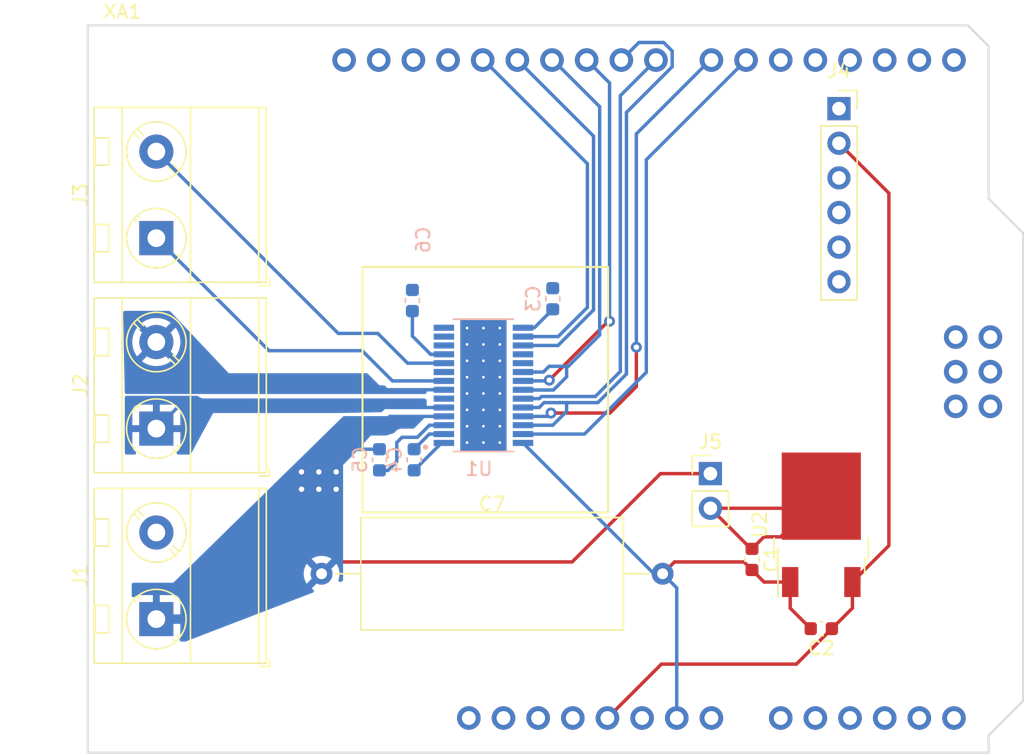
<source format=kicad_pcb>
(kicad_pcb (version 20211014) (generator pcbnew)
  (layers (0 "F.Cu" signal) (31 "B.Cu" signal) (34 "B.Paste" user "B.Plakken") (35 "F.Paste" user "F.Plakken") (36 "B.SilkS" user "B.Silkscreen") (37 "F.SilkS" user "F.Silkscreen") (38 "B.Mask" user) (39 "F.Mask" user "F. masker") (44 "Edge.Cuts" user))
  (net 0 "")
  (net 1 "Net-(C4-Pad1)")
  (net 2 "GND")
  (net 3 "VPP")
  (net 6 "Net-(U1-Pad16)")
  (net 7 "Net-(U1-Pad17)")
  (net 9 "Net-(U1-Pad20)")
  (net 10 "Net-(U1-Pad21)")
  (net 11 "Net-(U1-Pad23)")
  (net 12 "Net-(U1-Pad24)")
  (net 13 "Net-(U1-Pad25)")
  (net 14 "Net-(U1-Pad27)")
  (net 15 "+5V")
  (net 26 "Net-(C3-Pad2)")
  (net 40 "Net-(C4-Pad2)")
  (net 41 "Net-(C5-Pad2)")
  (net 45 "Net-(XA1-PadD0)")
  (net 46 "Net-(XA1-PadD1)")
  (net 48 "/OUT1")
  (net 49 "/OUT2")
  (net 50 "/OUT3")
  (net 51 "/OUT4")
  (net 52 "Net-(C1-Pad1)")
  (footprint "Capacitor_THT:C_Axial_L19.0mm_D8.0mm_P25.00mm_Horizontal" (layer "F.Cu") (at 114.5 120.5)
    (fp_text reference "C7" (at 12.5 -5.12) (layer "F.SilkS"))
    (fp_text value "1000uF")
    (fp_line (start 2.88 4.12) (end 22.12 4.12) (layer "F.SilkS") (width 0.12))
    (fp_line (start 22.12 -4.12) (end 2.88 -4.12) (layer "F.SilkS") (width 0.12))
    (fp_line (start 1.04 0) (end 2.88 0) (layer "F.SilkS") (width 0.12))
    (fp_line (start 22.12 4.12) (end 22.12 -4.12) (layer "F.SilkS") (width 0.12))
    (fp_line (start 2.88 -4.12) (end 2.88 4.12) (layer "F.SilkS") (width 0.12))
    (fp_line (start 23.96 0) (end 22.12 0) (layer "F.SilkS") (width 0.12))
    (pad "1" thru_hole circle locked (at 0 0) (size 1.6 1.6) (drill 0.8) (layers *.Cu *.Mask) (net 3 "VPP"))
    (pad "2" thru_hole oval locked (at 25 0) (size 1.6 1.6) (drill 0.8) (layers *.Cu *.Mask) (net 2 "GND"))
  )
  (footprint "Connector_PinHeader_2.54mm:PinHeader_1x02_P2.54mm_Vertical" (layer "F.Cu") (at 143.002 113.157)
    (fp_text reference "J5" (at 0 -2.33) (layer "F.SilkS"))
    (fp_text value "PWR IN jumper")
    (fp_line (start -1.33 1.27) (end 1.33 1.27) (layer "F.SilkS") (width 0.12))
    (fp_line (start 1.33 1.27) (end 1.33 3.87) (layer "F.SilkS") (width 0.12))
    (fp_line (start -1.33 -1.33) (end 0 -1.33) (layer "F.SilkS") (width 0.12))
    (fp_line (start -1.33 1.27) (end -1.33 3.87) (layer "F.SilkS") (width 0.12))
    (fp_line (start -1.33 0) (end -1.33 -1.33) (layer "F.SilkS") (width 0.12))
    (fp_line (start -1.33 3.87) (end 1.33 3.87) (layer "F.SilkS") (width 0.12))
    (pad "1" thru_hole rect locked (at 0 0) (size 1.7 1.7) (drill 1) (layers *.Cu *.Mask) (net 3 "VPP"))
    (pad "2" thru_hole oval locked (at 0 2.54) (size 1.7 1.7) (drill 1) (layers *.Cu *.Mask) (net 52 "Net-(C1-Pad1)"))
  )
  (footprint "TerminalBlock_MetzConnect:TerminalBlock_MetzConnect_Type701_RT11L02HGLU_1x02_P6.35mm_Horizontal" (layer "F.Cu") (at 102.39 123.825 90)
    (fp_text reference "J1" (at 3.175 -5.56 90) (layer "F.SilkS"))
    (fp_text value "PWR IN")
    (fp_line (start -1 -4.5) (end -1 -3.5) (layer "F.SilkS") (width 0.12))
    (fp_line (start -1.502 1.235) (end -1.654 1.388) (layer "F.SilkS") (width 0.12))
    (fp_line (start -3.235 7.5) (end 9.585 7.5) (layer "F.SilkS") (width 0.12))
    (fp_line (start 8.004 -1.388) (end 7.563 -0.947) (layer "F.SilkS") (width 0.12))
    (fp_line (start 5.35 -4.5) (end 7.35 -4.5) (layer "F.SilkS") (width 0.12))
    (fp_line (start 5.35 -3.5) (end 7.35 -3.5) (layer "F.SilkS") (width 0.12))
    (fp_line (start 7.35 -4.5) (end 7.35 -3.5) (layer "F.SilkS") (width 0.12))
    (fp_line (start -3.475 7.56) (end -3.475 8.3) (layer "F.SilkS") (width 0.12))
    (fp_line (start 5.35 -4.5) (end 5.35 -3.5) (layer "F.SilkS") (width 0.12))
    (fp_line (start -3.235 -4.56) (end 9.585 -4.56) (layer "F.SilkS") (width 0.12))
    (fp_line (start -1 -4.5) (end 1 -4.5) (layer "F.SilkS") (width 0.12))
    (fp_line (start 5.389 1.228) (end 4.963 1.654) (layer "F.SilkS") (width 0.12))
    (fp_line (start -3.475 8.3) (end -2.975 8.3) (layer "F.SilkS") (width 0.12))
    (fp_line (start 9.585 -4.56) (end 9.585 8.06) (layer "F.SilkS") (width 0.12))
    (fp_line (start -1.236 1.502) (end -1.388 1.654) (layer "F.SilkS") (width 0.12))
    (fp_line (start 1.654 -1.388) (end 1.502 -1.236) (layer "F.SilkS") (width 0.12))
    (fp_line (start -3.235 -2.5) (end 9.585 -2.5) (layer "F.SilkS") (width 0.12))
    (fp_line (start -3.235 -4.56) (end -3.235 8.06) (layer "F.SilkS") (width 0.12))
    (fp_line (start 7.738 -1.654) (end 7.312 -1.228) (layer "F.SilkS") (width 0.12))
    (fp_line (start 1 -4.5) (end 1 -3.5) (layer "F.SilkS") (width 0.12))
    (fp_line (start -3.235 2.5) (end 9.585 2.5) (layer "F.SilkS") (width 0.12))
    (fp_line (start -3.235 8.06) (end 9.585 8.06) (layer "F.SilkS") (width 0.12))
    (fp_line (start 1.388 -1.654) (end 1.236 -1.502) (layer "F.SilkS") (width 0.12))
    (fp_line (start 5.123 0.962) (end 4.697 1.388) (layer "F.SilkS") (width 0.12))
    (fp_line (start -1 -3.5) (end 1 -3.5) (layer "F.SilkS") (width 0.12))
    (fp_circle (center 6.35 0) (end 8.53 0) (layer "F.SilkS") (width 0.12) (fill none))
    (fp_circle (center 0 0) (end 2.18 0) (layer "F.SilkS") (width 0.12) (fill none))
    (pad "1" thru_hole rect locked (at 0 0 90) (size 2.5 2.5) (drill 1.3) (layers *.Cu *.Mask) (net 3 "VPP"))
    (pad "2" thru_hole circle locked (at 6.35 0 90) (size 2.5 2.5) (drill 1.3) (layers *.Cu *.Mask) (net 2 "GND"))
  )
  (footprint "TerminalBlock_MetzConnect:TerminalBlock_MetzConnect_Type701_RT11L02HGLU_1x02_P6.35mm_Horizontal" (layer "F.Cu") (at 102.39 95.885 90)
    (fp_text reference "J3" (at 3.175 -5.56 90) (layer "F.SilkS"))
    (fp_text value "CH R")
    (fp_line (start 8.004 -1.388) (end 7.563 -0.947) (layer "F.SilkS") (width 0.12))
    (fp_line (start -1 -4.5) (end -1 -3.5) (layer "F.SilkS") (width 0.12))
    (fp_line (start 1 -4.5) (end 1 -3.5) (layer "F.SilkS") (width 0.12))
    (fp_line (start 1.654 -1.388) (end 1.502 -1.236) (layer "F.SilkS") (width 0.12))
    (fp_line (start -3.235 -4.56) (end -3.235 8.06) (layer "F.SilkS") (width 0.12))
    (fp_line (start -3.475 8.3) (end -2.975 8.3) (layer "F.SilkS") (width 0.12))
    (fp_line (start 5.123 0.962) (end 4.697 1.388) (layer "F.SilkS") (width 0.12))
    (fp_line (start 5.35 -4.5) (end 7.35 -4.5) (layer "F.SilkS") (width 0.12))
    (fp_line (start -1 -4.5) (end 1 -4.5) (layer "F.SilkS") (width 0.12))
    (fp_line (start -3.235 -4.56) (end 9.585 -4.56) (layer "F.SilkS") (width 0.12))
    (fp_line (start -3.475 7.56) (end -3.475 8.3) (layer "F.SilkS") (width 0.12))
    (fp_line (start -3.235 2.5) (end 9.585 2.5) (layer "F.SilkS") (width 0.12))
    (fp_line (start -3.235 -2.5) (end 9.585 -2.5) (layer "F.SilkS") (width 0.12))
    (fp_line (start 1.388 -1.654) (end 1.236 -1.502) (layer "F.SilkS") (width 0.12))
    (fp_line (start -1.502 1.235) (end -1.654 1.388) (layer "F.SilkS") (width 0.12))
    (fp_line (start -3.235 8.06) (end 9.585 8.06) (layer "F.SilkS") (width 0.12))
    (fp_line (start 5.35 -4.5) (end 5.35 -3.5) (layer "F.SilkS") (width 0.12))
    (fp_line (start 9.585 -4.56) (end 9.585 8.06) (layer "F.SilkS") (width 0.12))
    (fp_line (start -1 -3.5) (end 1 -3.5) (layer "F.SilkS") (width 0.12))
    (fp_line (start 7.35 -4.5) (end 7.35 -3.5) (layer "F.SilkS") (width 0.12))
    (fp_line (start 5.389 1.228) (end 4.963 1.654) (layer "F.SilkS") (width 0.12))
    (fp_line (start -1.236 1.502) (end -1.388 1.654) (layer "F.SilkS") (width 0.12))
    (fp_line (start -3.235 7.5) (end 9.585 7.5) (layer "F.SilkS") (width 0.12))
    (fp_line (start 7.738 -1.654) (end 7.312 -1.228) (layer "F.SilkS") (width 0.12))
    (fp_line (start 5.35 -3.5) (end 7.35 -3.5) (layer "F.SilkS") (width 0.12))
    (fp_circle (center 0 0) (end 2.18 0) (layer "F.SilkS") (width 0.12) (fill none))
    (fp_circle (center 6.35 0) (end 8.53 0) (layer "F.SilkS") (width 0.12) (fill none))
    (pad "1" thru_hole rect locked (at 0 0 90) (size 2.5 2.5) (drill 1.3) (layers *.Cu *.Mask) (net 50 "/OUT3"))
    (pad "2" thru_hole circle locked (at 6.35 0 90) (size 2.5 2.5) (drill 1.3) (layers *.Cu *.Mask) (net 51 "/OUT4"))
  )
  (footprint "Package_TO_SOT_SMD:TO-252-2" (layer "F.Cu") (at 151.13 116.908 90)
    (fp_text reference "U2" (at 0 -4.5 90) (layer "F.SilkS"))
    (fp_text value "MC79M05_TO252")
    (fp_line (start -0.97 3.45) (end -2.47 3.45) (layer "F.SilkS") (width 0.12))
    (fp_line (start -2.47 3.45) (end -2.47 3.18) (layer "F.SilkS") (width 0.12))
    (fp_line (start -0.97 -3.45) (end -2.47 -3.45) (layer "F.SilkS") (width 0.12))
    (fp_line (start -2.47 -3.18) (end -5.3 -3.18) (layer "F.SilkS") (width 0.12))
    (fp_line (start -2.47 3.18) (end -3.57 3.18) (layer "F.SilkS") (width 0.12))
    (fp_line (start -2.47 -3.45) (end -2.47 -3.18) (layer "F.SilkS") (width 0.12))
    (pad "1" smd rect locked (at -4.2 -2.28 90) (size 2.2 1.2) (layers "F.Cu" "F.Paste" "F.Mask") (net 2 "GND"))
    (pad "2" smd rect locked (at 2.1 0 90) (size 6.4 5.8) (layers "F.Cu" "F.Mask") (net 52 "Net-(C1-Pad1)"))
    (pad "3" smd rect locked (at -4.2 2.28 90) (size 2.2 1.2) (layers "F.Cu" "F.Paste" "F.Mask") (net 15 "+5V"))
  )
  (footprint "Capacitor_SMD:C_0603_1608Metric" (layer "F.Cu") (at 151.13 124.528 180)
    (fp_text reference "C2" (at 0 -1.43) (layer "F.SilkS"))
    (fp_text value "100nF")
    (fp_line (start -0.14058 -0.51) (end 0.14058 -0.51) (layer "F.SilkS") (width 0.12))
    (fp_line (start -0.14058 0.51) (end 0.14058 0.51) (layer "F.SilkS") (width 0.12))
    (pad "1" smd roundrect locked (at -0.775 0 180) (size 0.9 0.95) (layers "F.Cu" "F.Paste" "F.Mask") (net 15 "+5V"))
    (pad "2" smd roundrect locked (at 0.775 0 180) (size 0.9 0.95) (layers "F.Cu" "F.Paste" "F.Mask") (net 2 "GND"))
  )
  (footprint "Arduino:Arduino_Uno_Shield" (layer "F.Cu") (at 97.355 133.6215)
    (fp_text reference "XA1" (at 2.54 -54.356) (layer "F.SilkS"))
    (fp_text value "Arduino_Uno_Shield")
    (fp_line (start 68.58 -3.81) (end 68.58 -38.1) (layer "Edge.Cuts") (width 0.15))
    (fp_line (start 66.04 -1.27) (end 68.58 -3.81) (layer "Edge.Cuts") (width 0.15))
    (fp_line (start 0 -53.34) (end 0 0) (layer "Edge.Cuts") (width 0.15))
    (fp_line (start 68.58 -38.1) (end 66.04 -40.64) (layer "Edge.Cuts") (width 0.15))
    (fp_line (start 0 0) (end 66.04 0) (layer "Edge.Cuts") (width 0.15))
    (fp_line (start 66.04 0) (end 66.04 -1.27) (layer "Edge.Cuts") (width 0.15))
    (fp_line (start 66.04 -40.64) (end 66.04 -51.816) (layer "Edge.Cuts") (width 0.15))
    (fp_line (start 0 -53.34) (end 64.516 -53.34) (layer "Edge.Cuts") (width 0.15))
    (fp_line (start 64.516 -53.34) (end 66.04 -51.816) (layer "Edge.Cuts") (width 0.15))
    (pad "" np_thru_hole circle (at 13.97 -2.54) (size 3.2 3.2) (drill 3.2) (layers *.Cu *.Mask))
    (pad "" thru_hole oval (at 27.94 -2.54) (size 1.7272 1.7272) (drill 1.016) (layers *.Cu *.Mask))
    (pad "" np_thru_hole circle (at 66.04 -7.62) (size 3.2 3.2) (drill 3.2) (layers *.Cu *.Mask))
    (pad "" np_thru_hole circle (at 15.24 -50.8) (size 3.2 3.2) (drill 3.2) (layers *.Cu *.Mask))
    (pad "" np_thru_hole circle (at 66.04 -35.56) (size 3.2 3.2) (drill 3.2) (layers *.Cu *.Mask))
    (pad "3V3" thru_hole oval (at 35.56 -2.54) (size 1.7272 1.7272) (drill 1.016) (layers *.Cu *.Mask))
    (pad "5V1" thru_hole oval (at 38.1 -2.54) (size 1.7272 1.7272) (drill 1.016) (layers *.Cu *.Mask) (net 15 "+5V"))
    (pad "5V2" thru_hole oval (at 66.167 -30.48) (size 1.7272 1.7272) (drill 1.016) (layers *.Cu *.Mask))
    (pad "A0" thru_hole oval (at 50.8 -2.54) (size 1.7272 1.7272) (drill 1.016) (layers *.Cu *.Mask))
    (pad "A1" thru_hole oval (at 53.34 -2.54) (size 1.7272 1.7272) (drill 1.016) (layers *.Cu *.Mask))
    (pad "A2" thru_hole oval (at 55.88 -2.54) (size 1.7272 1.7272) (drill 1.016) (layers *.Cu *.Mask))
    (pad "A3" thru_hole oval (at 58.42 -2.54) (size 1.7272 1.7272) (drill 1.016) (layers *.Cu *.Mask))
    (pad "A4" thru_hole oval (at 60.96 -2.54) (size 1.7272 1.7272) (drill 1.016) (layers *.Cu *.Mask))
    (pad "A5" thru_hole oval (at 63.5 -2.54) (size 1.7272 1.7272) (drill 1.016) (layers *.Cu *.Mask))
    (pad "AREF" thru_hole oval (at 23.876 -50.8) (size 1.7272 1.7272) (drill 1.016) (layers *.Cu *.Mask))
    (pad "D0" thru_hole oval (at 63.5 -50.8) (size 1.7272 1.7272) (drill 1.016) (layers *.Cu *.Mask) (net 45 "Net-(XA1-PadD0)"))
    (pad "D1" thru_hole oval (at 60.96 -50.8) (size 1.7272 1.7272) (drill 1.016) (layers *.Cu *.Mask) (net 46 "Net-(XA1-PadD1)"))
    (pad "D2" thru_hole oval (at 58.42 -50.8) (size 1.7272 1.7272) (drill 1.016) (layers *.Cu *.Mask))
    (pad "D3" thru_hole oval (at 55.88 -50.8) (size 1.7272 1.7272) (drill 1.016) (layers *.Cu *.Mask))
    (pad "D4" thru_hole oval (at 53.34 -50.8) (size 1.7272 1.7272) (drill 1.016) (layers *.Cu *.Mask))
    (pad "D5" thru_hole oval (at 50.8 -50.8) (size 1.7272 1.7272) (drill 1.016) (layers *.Cu *.Mask))
    (pad "D6" thru_hole oval (at 48.26 -50.8) (size 1.7272 1.7272) (drill 1.016) (layers *.Cu *.Mask) (net 14 "Net-(U1-Pad27)"))
    (pad "D7" thru_hole oval (at 45.72 -50.8) (size 1.7272 1.7272) (drill 1.016) (layers *.Cu *.Mask) (net 13 "Net-(U1-Pad25)"))
    (pad "D8" thru_hole oval (at 41.656 -50.8) (size 1.7272 1.7272) (drill 1.016) (layers *.Cu *.Mask) (net 11 "Net-(U1-Pad23)"))
    (pad "D9" thru_hole oval (at 39.116 -50.8) (size 1.7272 1.7272) (drill 1.016) (layers *.Cu *.Mask) (net 12 "Net-(U1-Pad24)"))
    (pad "D10" thru_hole oval (at 36.576 -50.8) (size 1.7272 1.7272) (drill 1.016) (layers *.Cu *.Mask) (net 10 "Net-(U1-Pad21)"))
    (pad "D11" thru_hole oval (at 34.036 -50.8) (size 1.7272 1.7272) (drill 1.016) (layers *.Cu *.Mask) (net 9 "Net-(U1-Pad20)"))
    (pad "D12" thru_hole oval (at 31.496 -50.8) (size 1.7272 1.7272) (drill 1.016) (layers *.Cu *.Mask) (net 7 "Net-(U1-Pad17)"))
    (pad "D13" thru_hole oval (at 28.956 -50.8) (size 1.7272 1.7272) (drill 1.016) (layers *.Cu *.Mask) (net 6 "Net-(U1-Pad16)"))
    (pad "GND1" thru_hole oval (at 26.416 -50.8) (size 1.7272 1.7272) (drill 1.016) (layers *.Cu *.Mask) (net 2 "GND"))
    (pad "GND2" thru_hole oval (at 40.64 -2.54) (size 1.7272 1.7272) (drill 1.016) (layers *.Cu *.Mask) (net 2 "GND"))
    (pad "GND3" thru_hole oval (at 43.18 -2.54) (size 1.7272 1.7272) (drill 1.016) (layers *.Cu *.Mask) (net 2 "GND"))
    (pad "GND4" thru_hole oval (at 66.167 -25.4) (size 1.7272 1.7272) (drill 1.016) (layers *.Cu *.Mask))
    (pad "IORF" thru_hole oval (at 30.48 -2.54) (size 1.7272 1.7272) (drill 1.016) (layers *.Cu *.Mask))
    (pad "MISO" thru_hole oval (at 63.627 -30.48) (size 1.7272 1.7272) (drill 1.016) (layers *.Cu *.Mask))
    (pad "MOSI" thru_hole oval (at 66.167 -27.94) (size 1.7272 1.7272) (drill 1.016) (layers *.Cu *.Mask))
    (pad "RST1" thru_hole oval (at 33.02 -2.54) (size 1.7272 1.7272) (drill 1.016) (layers *.Cu *.Mask))
    (pad "RST2" thru_hole oval (at 63.627 -25.4) (size 1.7272 1.7272) (drill 1.016) (layers *.Cu *.Mask))
    (pad "SCK" thru_hole oval (at 63.627 -27.94) (size 1.7272 1.7272) (drill 1.016) (layers *.Cu *.Mask))
    (pad "SCL" thru_hole oval (at 18.796 -50.8) (size 1.7272 1.7272) (drill 1.016) (layers *.Cu *.Mask))
    (pad "SDA" thru_hole oval (at 21.336 -50.8) (size 1.7272 1.7272) (drill 1.016) (layers *.Cu *.Mask))
    (pad "VIN" thru_hole oval (at 45.72 -2.54) (size 1.7272 1.7272) (drill 1.016) (layers *.Cu *.Mask))
  )
  (footprint "TerminalBlock_MetzConnect:TerminalBlock_MetzConnect_Type701_RT11L02HGLU_1x02_P6.35mm_Horizontal" (layer "F.Cu") (at 102.39 109.855 90)
    (fp_text reference "J2" (at 3.175 -5.56 90) (layer "F.SilkS"))
    (fp_text value "CH L")
    (fp_line (start 5.35 -4.5) (end 7.35 -4.5) (layer "F.SilkS") (width 0.12))
    (fp_line (start -1.236 1.502) (end -1.388 1.654) (layer "F.SilkS") (width 0.12))
    (fp_line (start -1 -4.5) (end 1 -4.5) (layer "F.SilkS") (width 0.12))
    (fp_line (start 1.654 -1.388) (end 1.502 -1.236) (layer "F.SilkS") (width 0.12))
    (fp_line (start -1 -4.5) (end -1 -3.5) (layer "F.SilkS") (width 0.12))
    (fp_line (start -3.475 8.3) (end -2.975 8.3) (layer "F.SilkS") (width 0.12))
    (fp_line (start 1.388 -1.654) (end 1.236 -1.502) (layer "F.SilkS") (width 0.12))
    (fp_line (start -3.235 -4.56) (end 9.585 -4.56) (layer "F.SilkS") (width 0.12))
    (fp_line (start 5.35 -3.5) (end 7.35 -3.5) (layer "F.SilkS") (width 0.12))
    (fp_line (start -3.235 8.06) (end 9.585 8.06) (layer "F.SilkS") (width 0.12))
    (fp_line (start 5.35 -4.5) (end 5.35 -3.5) (layer "F.SilkS") (width 0.12))
    (fp_line (start 9.585 -4.56) (end 9.585 8.06) (layer "F.SilkS") (width 0.12))
    (fp_line (start 5.389 1.228) (end 4.963 1.654) (layer "F.SilkS") (width 0.12))
    (fp_line (start -3.235 2.5) (end 9.585 2.5) (layer "F.SilkS") (width 0.12))
    (fp_line (start -3.475 7.56) (end -3.475 8.3) (layer "F.SilkS") (width 0.12))
    (fp_line (start -3.235 7.5) (end 9.585 7.5) (layer "F.SilkS") (width 0.12))
    (fp_line (start -3.235 -2.5) (end 9.585 -2.5) (layer "F.SilkS") (width 0.12))
    (fp_line (start 7.738 -1.654) (end 7.312 -1.228) (layer "F.SilkS") (width 0.12))
    (fp_line (start 5.123 0.962) (end 4.697 1.388) (layer "F.SilkS") (width 0.12))
    (fp_line (start -1.502 1.235) (end -1.654 1.388) (layer "F.SilkS") (width 0.12))
    (fp_line (start 1 -4.5) (end 1 -3.5) (layer "F.SilkS") (width 0.12))
    (fp_line (start 8.004 -1.388) (end 7.563 -0.947) (layer "F.SilkS") (width 0.12))
    (fp_line (start 7.35 -4.5) (end 7.35 -3.5) (layer "F.SilkS") (width 0.12))
    (fp_line (start -3.235 -4.56) (end -3.235 8.06) (layer "F.SilkS") (width 0.12))
    (fp_line (start -1 -3.5) (end 1 -3.5) (layer "F.SilkS") (width 0.12))
    (fp_circle (center 6.35 0) (end 8.53 0) (layer "F.SilkS") (width 0.12) (fill none))
    (fp_circle (center 0 0) (end 2.18 0) (layer "F.SilkS") (width 0.12) (fill none))
    (pad "1" thru_hole rect locked (at 0 0 90) (size 2.5 2.5) (drill 1.3) (layers *.Cu *.Mask) (net 48 "/OUT1"))
    (pad "2" thru_hole circle locked (at 6.35 0 90) (size 2.5 2.5) (drill 1.3) (layers *.Cu *.Mask) (net 49 "/OUT2"))
  )
  (footprint "Connector_PinSocket_2.54mm:PinSocket_1x06_P2.54mm_Vertical" (layer "F.Cu") (at 152.425 86.385)
    (fp_text reference "J4" (at 0 -2.77) (layer "F.SilkS"))
    (fp_text value "Bluetooth module connector")
    (fp_line (start -1.33 14.03) (end 1.33 14.03) (layer "F.SilkS") (width 0.12))
    (fp_line (start -1.33 1.27) (end -1.33 14.03) (layer "F.SilkS") (width 0.12))
    (fp_line (start 1.33 -1.33) (end 1.33 0) (layer "F.SilkS") (width 0.12))
    (fp_line (start 1.33 1.27) (end 1.33 14.03) (layer "F.SilkS") (width 0.12))
    (fp_line (start -1.33 1.27) (end 1.33 1.27) (layer "F.SilkS") (width 0.12))
    (fp_line (start 0 -1.33) (end 1.33 -1.33) (layer "F.SilkS") (width 0.12))
    (pad "1" thru_hole rect locked (at 0 0) (size 1.7 1.7) (drill 1) (layers *.Cu *.Mask))
    (pad "2" thru_hole oval locked (at 0 2.54) (size 1.7 1.7) (drill 1) (layers *.Cu *.Mask) (net 15 "+5V"))
    (pad "3" thru_hole oval locked (at 0 5.08) (size 1.7 1.7) (drill 1) (layers *.Cu *.Mask) (net 2 "GND"))
    (pad "4" thru_hole oval locked (at 0 7.62) (size 1.7 1.7) (drill 1) (layers *.Cu *.Mask) (net 45 "Net-(XA1-PadD0)"))
    (pad "5" thru_hole oval locked (at 0 10.16) (size 1.7 1.7) (drill 1) (layers *.Cu *.Mask) (net 46 "Net-(XA1-PadD1)"))
    (pad "6" thru_hole oval locked (at 0 12.7) (size 1.7 1.7) (drill 1) (layers *.Cu *.Mask))
  )
  (footprint "Capacitor_SMD:C_0603_1608Metric" (layer "F.Cu") (at 146.05 119.448 -90)
    (fp_text reference "C1" (at 0 -1.43 -270) (layer "F.SilkS"))
    (fp_text value "100nF")
    (fp_line (start -0.14058 0.51) (end 0.14058 0.51) (layer "F.SilkS") (width 0.12))
    (fp_line (start -0.14058 -0.51) (end 0.14058 -0.51) (layer "F.SilkS") (width 0.12))
    (pad "1" smd roundrect locked (at -0.775 0 270) (size 0.9 0.95) (layers "F.Cu" "F.Paste" "F.Mask") (net 52 "Net-(C1-Pad1)"))
    (pad "2" smd roundrect locked (at 0.775 0 270) (size 0.9 0.95) (layers "F.Cu" "F.Paste" "F.Mask") (net 2 "GND"))
  )
  (footprint "DRV8844PWPR:IC_DRV8844PWPR" (layer "B.Cu") (at 126.365 106.68)
    (fp_text reference "U1" (at -0.325 6.135 180) (layer "B.SilkS") (effects (justify mirror)))
    (fp_text value "DRV8844PWPR")
    (fp_line (start -2.2 4.85) (end 2.2 4.85) (layer "B.SilkS") (width 0.127))
    (fp_line (start -2.2 -4.85) (end 2.2 -4.85) (layer "B.SilkS") (width 0.127))
    (fp_circle (center -4.24 4.535) (end -4.14 4.535) (layer "B.SilkS") (width 0.2) (fill none))
    (pad "1" smd rect locked (at -2.9 4.225) (size 1.5 0.45) (layers "B.Cu" "B.Paste") (net 40 "Net-(C4-Pad2)"))
    (pad "2" smd rect locked (at -2.9 3.575) (size 1.5 0.45) (layers "B.Cu" "B.Paste") (net 1 "Net-(C4-Pad1)"))
    (pad "3" smd rect locked (at -2.9 2.925) (size 1.5 0.45) (layers "B.Cu" "B.Paste") (net 41 "Net-(C5-Pad2)"))
    (pad "4" smd rect locked (at -2.9 2.275) (size 1.5 0.45) (layers "B.Cu" "B.Paste") (net 3 "VPP"))
    (pad "5" smd rect locked (at -2.9 1.625) (size 1.5 0.45) (layers "B.Cu" "B.Paste") (net 48 "/OUT1"))
    (pad "6" smd rect locked (at -2.9 0.975) (size 1.5 0.45) (layers "B.Cu" "B.Paste"))
    (pad "7" smd rect locked (at -2.9 0.325) (size 1.5 0.45) (layers "B.Cu" "B.Paste") (net 49 "/OUT2"))
    (pad "8" smd rect locked (at -2.9 -0.325) (size 1.5 0.45) (layers "B.Cu" "B.Paste") (net 50 "/OUT3"))
    (pad "9" smd rect locked (at -2.9 -0.975) (size 1.5 0.45) (layers "B.Cu" "B.Paste"))
    (pad "10" smd rect locked (at -2.9 -1.625) (size 1.5 0.45) (layers "B.Cu" "B.Paste") (net 51 "/OUT4"))
    (pad "11" smd rect locked (at -2.9 -2.275) (size 1.5 0.45) (layers "B.Cu" "B.Paste") (net 3 "VPP"))
    (pad "12" smd rect locked (at -2.9 -2.925) (size 1.5 0.45) (layers "B.Cu" "B.Paste"))
    (pad "13" smd rect locked (at -2.9 -3.575) (size 1.5 0.45) (layers "B.Cu" "B.Paste"))
    (pad "14" smd rect locked (at -2.9 -4.225) (size 1.5 0.45) (layers "B.Cu" "B.Paste") (net 2 "GND"))
    (pad "15" smd rect locked (at 2.9 -4.225) (size 1.5 0.45) (layers "B.Cu" "B.Paste") (net 26 "Net-(C3-Pad2)"))
    (pad "16" smd rect locked (at 2.9 -3.575) (size 1.5 0.45) (layers "B.Cu" "B.Paste") (net 6 "Net-(U1-Pad16)"))
    (pad "17" smd rect locked (at 2.9 -2.925) (size 1.5 0.45) (layers "B.Cu" "B.Paste") (net 7 "Net-(U1-Pad17)"))
    (pad "18" smd rect locked (at 2.9 -2.275) (size 1.5 0.45) (layers "B.Cu" "B.Paste"))
    (pad "19" smd rect locked (at 2.9 -1.625) (size 1.5 0.45) (layers "B.Cu" "B.Paste") (net 2 "GND"))
    (pad "20" smd rect locked (at 2.9 -0.975) (size 1.5 0.45) (layers "B.Cu" "B.Paste") (net 9 "Net-(U1-Pad20)"))
    (pad "21" smd rect locked (at 2.9 -0.325) (size 1.5 0.45) (layers "B.Cu" "B.Paste") (net 10 "Net-(U1-Pad21)"))
    (pad "22" smd rect locked (at 2.9 0.325) (size 1.5 0.45) (layers "B.Cu" "B.Paste") (net 9 "Net-(U1-Pad20)"))
    (pad "23" smd rect locked (at 2.9 0.975) (size 1.5 0.45) (layers "B.Cu" "B.Paste") (net 11 "Net-(U1-Pad23)"))
    (pad "24" smd rect locked (at 2.9 1.625) (size 1.5 0.45) (layers "B.Cu" "B.Paste") (net 12 "Net-(U1-Pad24)"))
    (pad "25" smd rect locked (at 2.9 2.275) (size 1.5 0.45) (layers "B.Cu" "B.Paste") (net 13 "Net-(U1-Pad25)"))
    (pad "26" smd rect locked (at 2.9 2.925) (size 1.5 0.45) (layers "B.Cu" "B.Paste") (net 12 "Net-(U1-Pad24)"))
    (pad "27" smd rect locked (at 2.9 3.575) (size 1.5 0.45) (layers "B.Cu" "B.Paste") (net 14 "Net-(U1-Pad27)"))
    (pad "28" smd rect locked (at 2.9 4.225) (size 1.5 0.45) (layers "B.Cu" "B.Paste") (net 2 "GND"))
    (pad "29" smd rect locked (at 0 0) (size 3.4 9.7) (layers "B.Cu") (net 2 "GND"))
    (pad "30" thru_hole circle locked (at -1.2 4.2) (size 0.4 0.4) (drill 0.2) (layers *.Cu))
    (pad "31" thru_hole circle locked (at 0 4.2) (size 0.4 0.4) (drill 0.2) (layers *.Cu))
    (pad "32" thru_hole circle locked (at 1.2 4.2) (size 0.4 0.4) (drill 0.2) (layers *.Cu))
    (pad "33" thru_hole circle locked (at -1.2 3) (size 0.4 0.4) (drill 0.2) (layers *.Cu))
    (pad "34" thru_hole circle locked (at 0 3) (size 0.4 0.4) (drill 0.2) (layers *.Cu))
    (pad "35" thru_hole circle locked (at 1.2 3) (size 0.4 0.4) (drill 0.2) (layers *.Cu))
    (pad "36" thru_hole circle locked (at -1.2 1.8) (size 0.4 0.4) (drill 0.2) (layers *.Cu))
    (pad "37" thru_hole circle locked (at 0 1.8) (size 0.4 0.4) (drill 0.2) (layers *.Cu))
    (pad "38" thru_hole circle locked (at 1.2 1.8) (size 0.4 0.4) (drill 0.2) (layers *.Cu))
    (pad "39" thru_hole circle locked (at -1.2 0.6) (size 0.4 0.4) (drill 0.2) (layers *.Cu))
    (pad "40" thru_hole circle locked (at 0 0.6) (size 0.4 0.4) (drill 0.2) (layers *.Cu))
    (pad "41" thru_hole circle locked (at 1.2 0.6) (size 0.4 0.4) (drill 0.2) (layers *.Cu))
    (pad "42" thru_hole circle locked (at -1.2 -0.6) (size 0.4 0.4) (drill 0.2) (layers *.Cu))
    (pad "43" thru_hole circle locked (at 0 -0.6) (size 0.4 0.4) (drill 0.2) (layers *.Cu))
    (pad "44" thru_hole circle locked (at 1.2 -0.6) (size 0.4 0.4) (drill 0.2) (layers *.Cu))
    (pad "45" thru_hole circle locked (at -1.2 -1.8) (size 0.4 0.4) (drill 0.2) (layers *.Cu))
    (pad "46" thru_hole circle locked (at 0 -1.8) (size 0.4 0.4) (drill 0.2) (layers *.Cu))
    (pad "47" thru_hole circle locked (at 1.2 -1.8) (size 0.4 0.4) (drill 0.2) (layers *.Cu))
    (pad "48" thru_hole circle locked (at -1.2 -3) (size 0.4 0.4) (drill 0.2) (layers *.Cu))
    (pad "49" thru_hole circle locked (at 0 -3) (size 0.4 0.4) (drill 0.2) (layers *.Cu))
    (pad "50" thru_hole circle locked (at 1.2 -3) (size 0.4 0.4) (drill 0.2) (layers *.Cu))
    (pad "51" thru_hole circle locked (at -1.2 -4.2) (size 0.4 0.4) (drill 0.2) (layers *.Cu))
    (pad "52" thru_hole circle locked (at 0 -4.2) (size 0.4 0.4) (drill 0.2) (layers *.Cu))
    (pad "53" thru_hole circle locked (at 1.2 -4.2) (size 0.4 0.4) (drill 0.2) (layers *.Cu))
  )
  (footprint "Capacitor_SMD:C_0603_1608Metric" (layer "B.Cu") (at 118.745 112.141 -90)
    (fp_text reference "C5" (at 0 1.43 90) (layer "B.SilkS") (effects (justify mirror)))
    (fp_text value "100nF")
    (fp_line (start -0.14058 -0.51) (end 0.14058 -0.51) (layer "B.SilkS") (width 0.12))
    (fp_line (start -0.14058 0.51) (end 0.14058 0.51) (layer "B.SilkS") (width 0.12))
    (pad "1" smd roundrect locked (at -0.775 0 270) (size 0.9 0.95) (layers "B.Cu" "B.Paste" "B.Mask") (net 3 "VPP"))
    (pad "2" smd roundrect locked (at 0.775 0 270) (size 0.9 0.95) (layers "B.Cu" "B.Paste" "B.Mask") (net 41 "Net-(C5-Pad2)"))
  )
  (footprint "Capacitor_SMD:C_0603_1608Metric" (layer "B.Cu") (at 131.445 100.33 -90)
    (fp_text reference "C3" (at 0 1.43 90) (layer "B.SilkS") (effects (justify mirror)))
    (fp_text value "470nF")
    (fp_line (start -0.14058 -0.51) (end 0.14058 -0.51) (layer "B.SilkS") (width 0.12))
    (fp_line (start -0.14058 0.51) (end 0.14058 0.51) (layer "B.SilkS") (width 0.12))
    (pad "1" smd roundrect locked (at -0.775 0 270) (size 0.9 0.95) (layers "B.Cu" "B.Paste" "B.Mask") (net 2 "GND"))
    (pad "2" smd roundrect locked (at 0.775 0 270) (size 0.9 0.95) (layers "B.Cu" "B.Paste" "B.Mask") (net 26 "Net-(C3-Pad2)"))
  )
  (footprint "Capacitor_SMD:C_0603_1608Metric" (layer "B.Cu") (at 121.285 112.141 -90)
    (fp_text reference "C4" (at 0 1.43 90) (layer "B.SilkS") (effects (justify mirror)))
    (fp_text value "10nF")
    (fp_line (start -0.14058 -0.51) (end 0.14058 -0.51) (layer "B.SilkS") (width 0.12))
    (fp_line (start -0.14058 0.51) (end 0.14058 0.51) (layer "B.SilkS") (width 0.12))
    (pad "1" smd roundrect locked (at -0.775 0 270) (size 0.9 0.95) (layers "B.Cu" "B.Paste" "B.Mask") (net 1 "Net-(C4-Pad1)"))
    (pad "2" smd roundrect locked (at 0.775 0 270) (size 0.9 0.95) (layers "B.Cu" "B.Paste" "B.Mask") (net 40 "Net-(C4-Pad2)"))
  )
  (footprint "Capacitor_SMD:C_0603_1608Metric" (layer "B.Cu") (at 121.158 100.457 90)
    (fp_text reference "C6" (at 4.445 0.795 90) (layer "B.SilkS") (effects (justify mirror)))
    (fp_text value "10nF")
    (fp_line (start -0.14058 -0.51) (end 0.14058 -0.51) (layer "B.SilkS") (width 0.12))
    (fp_line (start -0.14058 0.51) (end 0.14058 0.51) (layer "B.SilkS") (width 0.12))
    (pad "1" smd roundrect locked (at -0.775 0 90) (size 0.9 0.95) (layers "B.Cu" "B.Paste" "B.Mask") (net 3 "VPP"))
    (pad "2" smd roundrect locked (at 0.775 0 90) (size 0.9 0.95) (layers "B.Cu" "B.Paste" "B.Mask") (net 2 "GND"))
  )
  (gr_rect (start 117.5 98) (end 135.5 116) (layer "F.SilkS") (width 0.15) (fill none))
  (segment (start 122.396 110.255) (end 123.465 110.255) (width 0.25) (layer "B.Cu") (net 1))
  (segment (start 121.285 111.366) (end 122.396 110.255) (width 0.25) (layer "B.Cu") (net 1))
  (segment (start 148.85 121.108) (end 146.935 121.108) (width 0.25) (layer "F.Cu") (net 2))
  (segment (start 140.366 119.634) (end 139.5 120.5) (width 0.25) (layer "F.Cu") (net 2))
  (segment (start 145.461 119.634) (end 140.366 119.634) (width 0.25) (layer "F.Cu") (net 2))
  (segment (start 150.355 124.528) (end 148.85 123.023) (width 0.25) (layer "F.Cu") (net 2))
  (segment (start 146.05 120.223) (end 145.461 119.634) (width 0.25) (layer "F.Cu") (net 2))
  (segment (start 148.85 123.023) (end 148.85 121.108) (width 0.25) (layer "F.Cu") (net 2))
  (segment (start 146.935 121.108) (end 146.05 120.223) (width 0.25) (layer "F.Cu") (net 2))
  (segment (start 139.5 120.5) (end 138.86 120.5) (width 0.25) (layer "B.Cu") (net 2))
  (segment (start 140.535 121.535) (end 139.5 120.5) (width 0.25) (layer "B.Cu") (net 2))
  (segment (start 138.86 120.5) (end 129.265 110.905) (width 0.25) (layer "B.Cu") (net 2))
  (segment (start 140.535 131.0815) (end 140.535 121.535) (width 0.25) (layer "B.Cu") (net 2))
  (segment (start 132.866 119.634) (end 115.366 119.634) (width 0.25) (layer "F.Cu") (net 3))
  (segment (start 143.002 113.157) (end 139.343 113.157) (width 0.25) (layer "F.Cu") (net 3))
  (segment (start 115.366 119.634) (end 114.5 120.5) (width 0.25) (layer "F.Cu") (net 3))
  (segment (start 139.343 113.157) (end 132.866 119.634) (width 0.25) (layer "F.Cu") (net 3))
  (via (at 113.03 114.3) (size 0.8) (drill 0.4) (layers "F.Cu" "B.Cu") (net 3))
  (via (at 114.3 114.3) (size 0.8) (drill 0.4) (layers "F.Cu" "B.Cu") (net 3))
  (via (at 115.57 113.03) (size 0.8) (drill 0.4) (layers "F.Cu" "B.Cu") (net 3))
  (via (at 115.57 114.3) (size 0.8) (drill 0.4) (layers "F.Cu" "B.Cu") (net 3))
  (via (at 113.03 113.03) (size 0.8) (drill 0.4) (layers "F.Cu" "B.Cu") (net 3))
  (via (at 114.3 113.03) (size 0.8) (drill 0.4) (layers "F.Cu" "B.Cu") (net 3))
  (segment (start 102.39 123.825) (end 104.254 123.825) (width 0.7) (layer "B.Cu") (net 3))
  (segment (start 121.158 103.072022) (end 122.490978 104.405) (width 0.25) (layer "B.Cu") (net 3))
  (segment (start 119.505 108.955) (end 123.465 108.955) (width 0.25) (layer "B.Cu") (net 3))
  (segment (start 117.475 111.379) (end 117.475 110.604) (width 0.25) (layer "B.Cu") (net 3))
  (segment (start 118.745 109.715) (end 119.505 108.955) (width 0.25) (layer "B.Cu") (net 3))
  (segment (start 117.532 110.547) (end 118.364 109.715) (width 0.25) (layer "B.Cu") (net 3))
  (segment (start 117.488 111.366) (end 117.475 111.379) (width 0.25) (layer "B.Cu") (net 3))
  (segment (start 122.490978 104.405) (end 123.465 104.405) (width 0.25) (layer "B.Cu") (net 3))
  (segment (start 118.745 111.366) (end 117.488 111.366) (width 0.25) (layer "B.Cu") (net 3))
  (segment (start 121.158 101.232) (end 121.158 103.072022) (width 0.25) (layer "B.Cu") (net 3))
  (segment (start 118.364 109.715) (end 118.745 109.715) (width 0.25) (layer "B.Cu") (net 3))
  (segment (start 116.967 111.379) (end 117.475 111.379) (width 0.25) (layer "B.Cu") (net 3))
  (segment (start 117.475 110.604) (end 117.532 110.547) (width 0.25) (layer "B.Cu") (net 3))
  (segment (start 133.985 90.424) (end 126.3825 82.8215) (width 0.25) (layer "B.Cu") (net 6))
  (segment (start 126.3825 82.8215) (end 126.311 82.8215) (width 0.25) (layer "B.Cu") (net 6))
  (segment (start 131.845 103.105) (end 133.985 100.965) (width 0.25) (layer "B.Cu") (net 6))
  (segment (start 133.985 100.965) (end 133.985 90.424) (width 0.25) (layer "B.Cu") (net 6))
  (segment (start 129.265 103.105) (end 131.845 103.105) (width 0.25) (layer "B.Cu") (net 6))
  (segment (start 134.43452 101.151197) (end 134.43452 88.40502) (width 0.25) (layer "B.Cu") (net 7))
  (segment (start 129.265 103.755) (end 131.830718 103.755) (width 0.25) (layer "B.Cu") (net 7))
  (segment (start 131.830718 103.755) (end 134.43452 101.151197) (width 0.25) (layer "B.Cu") (net 7))
  (segment (start 134.43452 88.40502) (end 128.851 82.8215) (width 0.25) (layer "B.Cu") (net 7))
  (segment (start 132.207 105.283) (end 132.588 105.283) (width 0.25) (layer "B.Cu") (net 9))
  (segment (start 131.491103 107.023511) (end 129.283511 107.023511) (width 0.25) (layer "B.Cu") (net 9))
  (segment (start 129.265 105.705) (end 130.760386 105.705) (width 0.25) (layer "B.Cu") (net 9))
  (segment (start 132.207 105.283) (end 132.334 105.283) (width 0.25) (layer "B.Cu") (net 9))
  (segment (start 134.88404 86.24304) (end 134.88404 102.98696) (width 0.25) (layer "B.Cu") (net 9))
  (segment (start 131.4625 82.8215) (end 134.88404 86.24304) (width 0.25) (layer "B.Cu") (net 9))
  (segment (start 130.760386 105.705) (end 131.182386 105.283) (width 0.25) (layer "B.Cu") (net 9))
  (segment (start 132.461 105.283) (end 132.461 106.053614) (width 0.25) (layer "B.Cu") (net 9))
  (segment (start 131.182386 105.283) (end 132.207 105.283) (width 0.25) (layer "B.Cu") (net 9))
  (segment (start 132.461 106.053614) (end 131.491103 107.023511) (width 0.25) (layer "B.Cu") (net 9))
  (segment (start 129.283511 107.023511) (end 129.265 107.005) (width 0.25) (layer "B.Cu") (net 9))
  (segment (start 131.391 82.8215) (end 131.4625 82.8215) (width 0.25) (layer "B.Cu") (net 9))
  (segment (start 134.88404 102.98696) (end 132.588 105.283) (width 0.25) (layer "B.Cu") (net 9))
  (segment (start 135.509 101.981) (end 135.60854 101.981) (width 0.25) (layer "F.Cu") (net 10))
  (segment (start 131.191 106.299) (end 133.931 103.559) (width 0.25) (layer "F.Cu") (net 10))
  (segment (start 133.931 103.559) (end 135.509 101.981) (width 0.25) (layer "F.Cu") (net 10))
  (via (at 135.60854 101.981) (size 0.8) (drill 0.4) (layers "F.Cu" "B.Cu") (net 10))
  (via (at 131.191 106.299) (size 0.8) (drill 0.4) (layers "F.Cu" "B.Cu") (net 10))
  (segment (start 129.265 106.355) (end 131.135 106.355) (width 0.25) (layer "B.Cu") (net 10))
  (segment (start 135.60854 84.49904) (end 133.931 82.8215) (width 0.25) (layer "B.Cu") (net 10))
  (segment (start 135.60854 101.981) (end 135.60854 84.49904) (width 0.25) (layer "B.Cu") (net 10))
  (segment (start 131.135 106.355) (end 131.191 106.299) (width 0.25) (layer "B.Cu") (net 10))
  (segment (start 130.623802 107.50048) (end 130.469282 107.655) (width 0.25) (layer "B.Cu") (net 11))
  (segment (start 136.398 85.4345) (end 136.398 105.664718) (width 0.25) (layer "B.Cu") (net 11))
  (segment (start 139.011 82.8215) (end 136.398 85.4345) (width 0.25) (layer "B.Cu") (net 11))
  (segment (start 136.398 105.664718) (end 134.562238 107.50048) (width 0.25) (layer "B.Cu") (net 11))
  (segment (start 134.562238 107.50048) (end 130.623802 107.50048) (width 0.25) (layer "B.Cu") (net 11))
  (segment (start 130.469282 107.655) (end 129.265 107.655) (width 0.25) (layer "B.Cu") (net 11))
  (segment (start 132.207 107.95) (end 132.461 107.95) (width 0.25) (layer "B.Cu") (net 12))
  (segment (start 129.265 108.305) (end 130.455 108.305) (width 0.25) (layer "B.Cu") (net 12))
  (segment (start 130.81 107.95) (end 131.953 107.95) (width 0.25) (layer "B.Cu") (net 12))
  (segment (start 131.449614 109.605) (end 129.265 109.605) (width 0.25) (layer "B.Cu") (net 12))
  (segment (start 136.84752 86.665224) (end 140.199111 83.313633) (width 0.25) (layer "B.Cu") (net 12))
  (segment (start 131.953 107.95) (end 132.207 107.95) (width 0.25) (layer "B.Cu") (net 12))
  (segment (start 132.461 107.95) (end 134.748436 107.95) (width 0.25) (layer "B.Cu") (net 12))
  (segment (start 139.573 81.534) (end 137.7585 81.534) (width 0.25) (layer "B.Cu") (net 12))
  (segment (start 130.455 108.305) (end 130.81 107.95) (width 0.25) (layer "B.Cu") (net 12))
  (segment (start 140.199111 82.160111) (end 139.573 81.534) (width 0.25) (layer "B.Cu") (net 12))
  (segment (start 140.199111 83.313633) (end 140.199111 82.160111) (width 0.25) (layer "B.Cu") (net 12))
  (segment (start 131.449614 109.605) (end 132.461 108.593614) (width 0.25) (layer "B.Cu") (net 12))
  (segment (start 136.84752 105.850916) (end 136.84752 86.665224) (width 0.25) (layer "B.Cu") (net 12))
  (segment (start 132.461 108.593614) (end 132.461 107.95) (width 0.25) (layer "B.Cu") (net 12))
  (segment (start 134.748436 107.95) (end 136.84752 105.850916) (width 0.25) (layer "B.Cu") (net 12))
  (segment (start 137.7585 81.534) (end 136.471 82.8215) (width 0.25) (layer "B.Cu") (net 12))
  (segment (start 137.57202 106.77598) (end 135.636 108.712) (width 0.25) (layer "F.Cu") (net 13))
  (segment (start 137.57202 103.886) (end 137.57202 106.77598) (width 0.25) (layer "F.Cu") (net 13))
  (segment (start 135.636 108.712) (end 131.318 108.712) (width 0.25) (layer "F.Cu") (net 13))
  (via (at 137.57202 103.886) (size 0.8) (drill 0.4) (layers "F.Cu" "B.Cu") (net 13))
  (via (at 131.318 108.712) (size 0.8) (drill 0.4) (layers "F.Cu" "B.Cu") (net 13))
  (segment (start 142.9845 82.8215) (end 143.075 82.8215) (width 0.25) (layer "B.Cu") (net 13))
  (segment (start 131.075 108.955) (end 129.265 108.955) (width 0.25) (layer "B.Cu") (net 13))
  (segment (start 137.57202 103.886) (end 137.57202 88.23398) (width 0.25) (layer "B.Cu") (net 13))
  (segment (start 137.57202 88.23398) (end 142.9845 82.8215) (width 0.25) (layer "B.Cu") (net 13))
  (segment (start 131.318 108.712) (end 131.075 108.955) (width 0.25) (layer "B.Cu") (net 13))
  (segment (start 129.265 110.255) (end 133.7755 110.255) (width 0.25) (layer "B.Cu") (net 14))
  (segment (start 138.303 90.1335) (end 145.615 82.8215) (width 0.25) (layer "B.Cu") (net 14))
  (segment (start 133.7755 110.255) (end 138.303 105.7275) (width 0.25) (layer "B.Cu") (net 14))
  (segment (start 138.303 105.7275) (end 138.303 90.1335) (width 0.25) (layer "B.Cu") (net 14))
  (segment (start 156.083 92.583) (end 152.425 88.925) (width 0.25) (layer "F.Cu") (net 15))
  (segment (start 156.083 118.435) (end 156.083 92.583) (width 0.25) (layer "F.Cu") (net 15))
  (segment (start 153.41 121.108) (end 156.083 118.435) (width 0.25) (layer "F.Cu") (net 15))
  (segment (start 151.905 124.528) (end 149.306 127.127) (width 0.25) (layer "F.Cu") (net 15))
  (segment (start 149.306 127.127) (end 139.4095 127.127) (width 0.25) (layer "F.Cu") (net 15))
  (segment (start 153.41 123.023) (end 153.41 121.108) (width 0.25) (layer "F.Cu") (net 15))
  (segment (start 139.4095 127.127) (end 135.455 131.0815) (width 0.25) (layer "F.Cu") (net 15))
  (segment (start 151.905 124.528) (end 153.41 123.023) (width 0.25) (layer "F.Cu") (net 15))
  (segment (start 130.095 102.455) (end 131.445 101.105) (width 0.25) (layer "B.Cu") (net 26))
  (segment (start 129.265 102.455) (end 130.095 102.455) (width 0.25) (layer "B.Cu") (net 26))
  (segment (start 123.296 110.905) (end 121.285 112.916) (width 0.25) (layer "B.Cu") (net 40))
  (segment (start 123.465 110.905) (end 123.296 110.905) (width 0.25) (layer "B.Cu") (net 40))
  (segment (start 122.410282 109.605) (end 123.465 109.605) (width 0.25) (layer "B.Cu") (net 41))
  (segment (start 120.015 110.871) (end 120.015 112.268) (width 0.25) (layer "B.Cu") (net 41))
  (segment (start 120.015 112.268) (end 119.367 112.916) (width 0.25) (layer "B.Cu") (net 41))
  (segment (start 120.396 110.49) (end 120.015 110.871) (width 0.25) (layer "B.Cu") (net 41))
  (segment (start 120.396 110.49) (end 121.525282 110.49) (width 0.25) (layer "B.Cu") (net 41))
  (segment (start 121.525282 110.49) (end 122.410282 109.605) (width 0.25) (layer "B.Cu") (net 41))
  (segment (start 119.367 112.916) (end 118.745 112.916) (width 0.25) (layer "B.Cu") (net 41))
  (segment (start 123.465 108.305) (end 103.94 108.305) (width 0.25) (layer "B.Cu") (net 48))
  (segment (start 103.94 108.305) (end 102.39 109.855) (width 0.25) (layer "B.Cu") (net 48))
  (segment (start 123.465 107.005) (end 105.89 107.005) (width 0.25) (layer "B.Cu") (net 49))
  (segment (start 105.89 107.005) (end 102.39 103.505) (width 0.25) (layer "B.Cu") (net 49))
  (segment (start 117.475 104.14) (end 110.645 104.14) (width 0.25) (layer "B.Cu") (net 50))
  (segment (start 119.69 106.355) (end 117.475 104.14) (width 0.25) (layer "B.Cu") (net 50))
  (segment (start 110.645 104.14) (end 102.39 95.885) (width 0.25) (layer "B.Cu") (net 50))
  (segment (start 123.465 106.355) (end 119.69 106.355) (width 0.25) (layer "B.Cu") (net 50))
  (segment (start 118.618 102.87) (end 115.725 102.87) (width 0.25) (layer "B.Cu") (net 51))
  (segment (start 123.465 105.055) (end 120.803 105.055) (width 0.25) (layer "B.Cu") (net 51))
  (segment (start 120.803 105.055) (end 118.618 102.87) (width 0.25) (layer "B.Cu") (net 51))
  (segment (start 115.725 102.87) (end 102.39 89.535) (width 0.25) (layer "B.Cu") (net 51))
  (segment (start 146.926782 117.796218) (end 148.141782 117.796218) (width 0.25) (layer "F.Cu") (net 52))
  (segment (start 145.978 118.673) (end 146.05 118.673) (width 0.25) (layer "F.Cu") (net 52))
  (segment (start 146.05 118.673) (end 146.926782 117.796218) (width 0.25) (layer "F.Cu") (net 52))
  (segment (start 150.241 115.697) (end 151.13 114.808) (width 0.25) (layer "F.Cu") (net 52))
  (segment (start 143.002 115.697) (end 145.978 118.673) (width 0.25) (layer "F.Cu") (net 52))
  (segment (start 148.141782 117.796218) (end 151.13 114.808) (width 0.25) (layer "F.Cu") (net 52))
  (segment (start 143.002 115.697) (end 150.241 115.697) (width 0.25) (layer "F.Cu") (net 52))
  (zone (net 3) (net_name "VPP") (layer "B.Cu") (connect_pads (clearance 0.508)) (min_thickness 0.254) (fill yes (thermal_gap 0.508) (thermal_bridge_width 0.508))
    (polygon (pts (xy 122.806568 109.185911) (xy 122.301 109.22) (xy 121.412 110.109) (xy 120.015 110.109) (xy 119.253 110.363) (xy 118.11 110.363) (xy 116.84 111.76) (xy 116.078 112.522) (xy 116.078 117.602) (xy 116.078 121.031) (xy 104.521 125.476) (xy 100.584 125.476) (xy 100.584 121.158) (xy 103.632 121.158) (xy 116.332 108.712) (xy 122.77965 108.728309)))
  )
  (zone (net 48) (net_name "/OUT1") (layer "B.Cu") (connect_pads (clearance 0.508)) (min_thickness 0.254) (fill yes (thermal_gap 0.508) (thermal_bridge_width 0.508))
    (polygon (pts (xy 122.682 108.077) (xy 122.936 108.331) (xy 122.682 108.585) (xy 115.697 108.712) (xy 106.553 108.712) (xy 104.902 111.76) (xy 100.076 111.76) (xy 100.076 107.442) (xy 121.793 107.442)))
  )
  (zone (net 49) (net_name "/OUT2") (layer "B.Cu") (connect_pads (clearance 0.508)) (min_thickness 0.254) (fill yes (thermal_gap 0.508) (thermal_bridge_width 0.508))
    (polygon (pts (xy 107.696 105.791) (xy 117.856 105.791) (xy 118.745 106.68) (xy 122.809 106.68) (xy 122.809 107.315) (xy 100.076 107.315) (xy 99.949 101.219) (xy 103.378 101.219)))
  )
)
</source>
